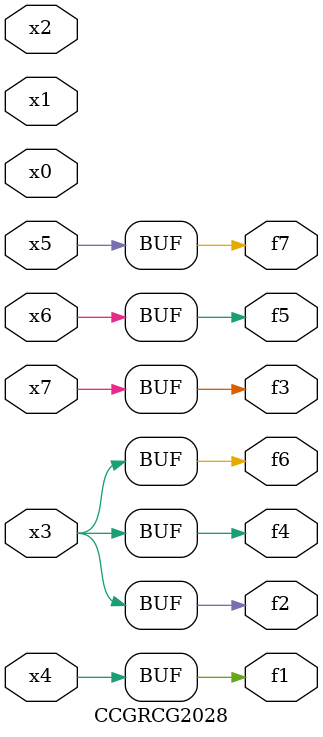
<source format=v>
module CCGRCG2028(
	input x0, x1, x2, x3, x4, x5, x6, x7,
	output f1, f2, f3, f4, f5, f6, f7
);
	assign f1 = x4;
	assign f2 = x3;
	assign f3 = x7;
	assign f4 = x3;
	assign f5 = x6;
	assign f6 = x3;
	assign f7 = x5;
endmodule

</source>
